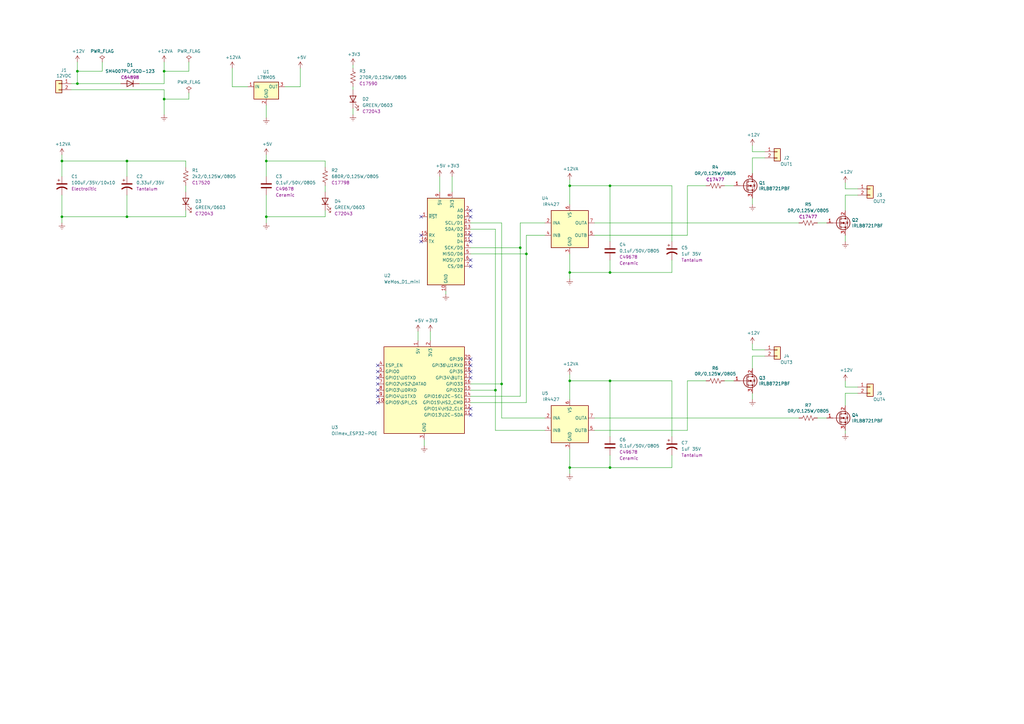
<source format=kicad_sch>
(kicad_sch (version 20231120) (generator "eeschema") (generator_version "8.0")
  (paper "A3")
  (title_block (title "ESP 4 PWM Module") (date "2021-03-08") (rev "0.1"))
  (lib_symbols
    (symbol "Connector_Generic:Conn_01x02" (pin_names (offset 1.016) hide)
      (property "Reference" "J" (at 0 2.54 0))
      (property "Value" "Conn_01x02" (at 0 -5.08 0))
      (symbol "Conn_01x02_1_1"
        (rectangle (start -1.27 -2.413) (end 0 -2.667) (stroke (width 0.1524)))
        (rectangle (start -1.27 0.127) (end 0 -0.127) (stroke (width 0.1524)))
        (rectangle (start -1.27 1.27) (end 1.27 -3.81) (stroke (width 0.254)) (fill (type background)))
        (pin passive line (at -5.08 0 0) (length 3.81) (name "Pin_1") (number "1"))
        (pin passive line (at -5.08 -2.54 0) (length 3.81) (name "Pin_2") (number "2"))
      )
    )
    (symbol "Device:C" (pin_numbers hide) (pin_names (offset 0.254))
      (property "Reference" "C" (at 0.635 2.54 0))
      (property "Value" "C" (at 0.635 -2.54 0))
      (symbol "C_0_1"
        (polyline (pts (xy -2.032 -0.762) (xy 2.032 -0.762)) (stroke (width 0.508)))
        (polyline (pts (xy -2.032 0.762) (xy 2.032 0.762)) (stroke (width 0.508)))
      )
      (symbol "C_1_1"
        (pin passive line (at 0 3.81 270) (length 2.794) (name "~") (number "1"))
        (pin passive line (at 0 -3.81 90) (length 2.794) (name "~") (number "2"))
      )
    )
    (symbol "Device:CP1" (pin_numbers hide) (pin_names (offset 0.254) hide)
      (property "Reference" "C" (at 0.635 2.54 0))
      (property "Value" "Device_CP1" (at 0.635 -2.54 0))
      (symbol "CP1_0_1"
        (polyline (pts (xy -2.032 0.762) (xy 2.032 0.762)) (stroke (width 0.508)))
        (polyline (pts (xy -1.778 2.286) (xy -0.762 2.286)))
        (polyline (pts (xy -1.27 1.778) (xy -1.27 2.794)))
        (arc (start 2.032 -1.27) (mid 0 -0.5572) (end -2.032 -1.27) (stroke (width 0.508)))
      )
      (symbol "CP1_1_1"
        (pin passive line (at 0 3.81 270) (length 2.794) (name "~") (number "1"))
        (pin passive line (at 0 -3.81 90) (length 3.302) (name "~") (number "2"))
      )
    )
    (symbol "Device:D" (pin_numbers hide) (pin_names (offset 1.016) hide)
      (property "Reference" "D" (at 0 2.54 0))
      (property "Value" "D" (at 0 -2.54 0))
      (symbol "D_0_1"
        (polyline (pts (xy -1.27 1.27) (xy -1.27 -1.27)) (stroke (width 0.254)))
        (polyline (pts (xy 1.27 0) (xy -1.27 0)))
        (polyline (pts (xy 1.27 1.27) (xy 1.27 -1.27) (xy -1.27 0) (xy 1.27 1.27)) (stroke (width 0.254)))
      )
      (symbol "D_1_1"
        (pin passive line (at -3.81 0 0) (length 2.54) (name "K") (number "1"))
        (pin passive line (at 3.81 0 180) (length 2.54) (name "A") (number "2"))
      )
    )
    (symbol "Device:LED" (pin_numbers hide) (pin_names (offset 1.016) hide)
      (property "Reference" "D" (at 0 2.54 0))
      (property "Value" "LED" (at 0 -2.54 0))
      (symbol "LED_0_1"
        (polyline (pts (xy -1.27 -1.27) (xy -1.27 1.27)) (stroke (width 0.254)))
        (polyline (pts (xy -1.27 0) (xy 1.27 0)))
        (polyline (pts (xy 1.27 -1.27) (xy 1.27 1.27) (xy -1.27 0) (xy 1.27 -1.27)) (stroke (width 0.254)))
        (polyline (pts (xy -3.048 -0.762) (xy -4.572 -2.286) (xy -3.81 -2.286) (xy -4.572 -2.286) (xy -4.572 -1.524)))
        (polyline (pts (xy -1.778 -0.762) (xy -3.302 -2.286) (xy -2.54 -2.286) (xy -3.302 -2.286) (xy -3.302 -1.524)))
      )
      (symbol "LED_1_1"
        (pin passive line (at -3.81 0 0) (length 2.54) (name "K") (number "1"))
        (pin passive line (at 3.81 0 180) (length 2.54) (name "A") (number "2"))
      )
    )
    (symbol "Device:R_US" (pin_numbers hide) (pin_names (offset 0))
      (property "Reference" "R" (at 2.54 0 90))
      (property "Value" "R_US" (at -2.54 0 90))
      (symbol "R_US_0_1"
        (polyline (pts (xy 0 -2.286) (xy 0 -2.54)))
        (polyline (pts (xy 0 2.286) (xy 0 2.54)))
        (polyline (pts (xy 0 -0.762) (xy 1.016 -1.143) (xy 0 -1.524) (xy -1.016 -1.905) (xy 0 -2.286)))
        (polyline (pts (xy 0 0.762) (xy 1.016 0.381) (xy 0 0) (xy -1.016 -0.381) (xy 0 -0.762)))
        (polyline (pts (xy 0 2.286) (xy 1.016 1.905) (xy 0 1.524) (xy -1.016 1.143) (xy 0 0.762)))
      )
      (symbol "R_US_1_1"
        (pin passive line (at 0 3.81 270) (length 1.27) (name "~") (number "1"))
        (pin passive line (at 0 -3.81 90) (length 1.27) (name "~") (number "2"))
      )
    )
    (symbol "MCU_Module:WeMos_D1_mini"
      (property "Reference" "U" (at 3.81 19.05 0))
      (property "Value" "WeMos_D1_mini" (at 1.27 -19.05 0))
      (symbol "WeMos_D1_mini_1_1"
        (rectangle (start -7.62 17.78) (end 7.62 -17.78) (stroke (width 0.254)) (fill (type background)))
        (pin input line (at -10.16 10.16 0) (length 2.54) (name "~{RST}") (number "1"))
        (pin power_in line (at 0 -20.32 90) (length 2.54) (name "GND") (number "10"))
        (pin bidirectional line (at 10.16 0 180) (length 2.54) (name "D4") (number "11"))
        (pin bidirectional line (at 10.16 2.54 180) (length 2.54) (name "D3") (number "12"))
        (pin bidirectional line (at 10.16 5.08 180) (length 2.54) (name "SDA/D2") (number "13"))
        (pin bidirectional line (at 10.16 7.62 180) (length 2.54) (name "SCL/D1") (number "14"))
        (pin input line (at -10.16 2.54 0) (length 2.54) (name "RX") (number "15"))
        (pin output line (at -10.16 0 0) (length 2.54) (name "TX") (number "16"))
        (pin input line (at 10.16 12.7 180) (length 2.54) (name "A0") (number "2"))
        (pin bidirectional line (at 10.16 10.16 180) (length 2.54) (name "D0") (number "3"))
        (pin bidirectional line (at 10.16 -2.54 180) (length 2.54) (name "SCK/D5") (number "4"))
        (pin bidirectional line (at 10.16 -5.08 180) (length 2.54) (name "MISO/D6") (number "5"))
        (pin bidirectional line (at 10.16 -7.62 180) (length 2.54) (name "MOSI/D7") (number "6"))
        (pin bidirectional line (at 10.16 -10.16 180) (length 2.54) (name "CS/D8") (number "7"))
        (pin power_out line (at 2.54 20.32 270) (length 2.54) (name "3V3") (number "8"))
        (pin power_in line (at -2.54 20.32 270) (length 2.54) (name "5V") (number "9"))
      )
    )
    (symbol "Regulator_Linear:L7805" (pin_names (offset 0.254))
      (property "Reference" "U" (at -3.81 3.175 0))
      (property "Value" "L7805" (at 0 3.175 0))
      (symbol "L7805_0_1"
        (rectangle (start -5.08 1.905) (end 5.08 -5.08) (stroke (width 0.254)) (fill (type background)))
      )
      (symbol "L7805_1_1"
        (pin power_in line (at -7.62 0 0) (length 2.54) (name "IN") (number "1"))
        (pin power_in line (at 0 -7.62 90) (length 2.54) (name "GND") (number "2"))
        (pin power_out line (at 7.62 0 180) (length 2.54) (name "OUT") (number "3"))
      )
    )
    (symbol "Tales:IR4427"
      (property "Reference" "U" (at -7.62 8.89 0))
      (property "Value" "IR4427" (at 1.27 8.89 0))
      (symbol "IR4427_0_1"
        (rectangle (start -7.62 -7.62) (end 7.62 7.62) (stroke (width 0.254)) (fill (type background)))
      )
      (symbol "IR4427_1_1"
        (pin no_connect line (at -7.62 0 0) (length 2.54) hide (name "NC") (number "1"))
        (pin input line (at -10.16 2.54 0) (length 2.54) (name "INA") (number "2"))
        (pin power_in line (at 0 -10.16 90) (length 2.54) (name "GND") (number "3"))
        (pin input line (at -10.16 -2.54 0) (length 2.54) (name "INB") (number "4"))
        (pin output line (at 10.16 -2.54 180) (length 2.54) (name "OUTB") (number "5"))
        (pin power_in line (at 0 10.16 270) (length 2.54) (name "VS") (number "6"))
        (pin output line (at 10.16 2.54 180) (length 2.54) (name "OUTA") (number "7"))
        (pin no_connect line (at 7.62 0 180) (length 2.54) hide (name "NC") (number "8"))
      )
    )
    (symbol "Tales:Olimex_ESP32-POE"
      (property "Reference" "U" (at 5.08 19.05 0))
      (property "Value" "Olimex_ESP32-POE" (at 5.08 -19.05 0))
      (symbol "Olimex_ESP32-POE_1_1"
        (rectangle (start -16.51 17.78) (end 16.51 -17.78) (stroke (width 0.254)) (fill (type background)))
        (pin power_in line (at -2.54 20.32 270) (length 2.54) (name "5V") (number "1"))
        (pin bidirectional line (at -19.05 -5.08 0) (length 2.54) (name "GPIO5\\SPI_CS") (number "10"))
        (pin bidirectional line (at 19.05 -10.16 180) (length 2.54) (name "GPIO13\\I2C-SDA") (number "11"))
        (pin bidirectional line (at 19.05 -7.62 180) (length 2.54) (name "GPIO14\\HS2_CLK") (number "12"))
        (pin bidirectional line (at 19.05 -5.08 180) (length 2.54) (name "GPIO15\\HS2_CMD") (number "13"))
        (pin bidirectional line (at 19.05 -2.54 180) (length 2.54) (name "GPIO16\\I2C-SCL") (number "14"))
        (pin bidirectional line (at 19.05 0 180) (length 2.54) (name "GPIO32") (number "15"))
        (pin bidirectional line (at 19.05 2.54 180) (length 2.54) (name "GPIO33") (number "16"))
        (pin input line (at 19.05 5.08 180) (length 2.54) (name "GPI34\\BUT1") (number "17"))
        (pin input line (at 19.05 7.62 180) (length 2.54) (name "GPI35") (number "18"))
        (pin input line (at 19.05 10.16 180) (length 2.54) (name "GPI36\\U1RXD") (number "19"))
        (pin power_out line (at 2.54 20.32 270) (length 2.54) (name "3V3") (number "2"))
        (pin input line (at 19.05 12.7 180) (length 2.54) (name "GPI39") (number "20"))
        (pin power_in line (at 0 -20.32 90) (length 2.54) (name "GND") (number "3"))
        (pin input line (at -19.05 10.16 0) (length 2.54) (name "ESP_EN") (number "4"))
        (pin bidirectional line (at -19.05 7.62 0) (length 2.54) (name "GPIO0") (number "5"))
        (pin bidirectional line (at -19.05 5.08 0) (length 2.54) (name "GPIO1\\U0TXD") (number "6"))
        (pin bidirectional line (at -19.05 2.54 0) (length 2.54) (name "GPIO2\\HS2\\DATA0") (number "7"))
        (pin bidirectional line (at -19.05 0 0) (length 2.54) (name "GPIO3\\U0RXD") (number "8"))
        (pin bidirectional line (at -19.05 -2.54 0) (length 2.54) (name "GPIO4\\U1TXD") (number "9"))
      )
    )
    (symbol "Transistor_FET:IRLB8721PBF" (pin_names hide)
      (property "Reference" "Q" (at 6.35 1.905 0))
      (property "Value" "IRLB8721PBF" (at 6.35 0 0))
      (symbol "IRLB8721PBF_0_1"
        (polyline (pts (xy 0.254 0) (xy -2.54 0)))
        (polyline (pts (xy 0.254 1.905) (xy 0.254 -1.905)) (stroke (width 0.254)))
        (polyline (pts (xy 0.762 -1.27) (xy 0.762 -2.286)) (stroke (width 0.254)))
        (polyline (pts (xy 0.762 0.508) (xy 0.762 -0.508)) (stroke (width 0.254)))
        (polyline (pts (xy 0.762 2.286) (xy 0.762 1.27)) (stroke (width 0.254)))
        (polyline (pts (xy 2.54 2.54) (xy 2.54 1.778)))
        (polyline (pts (xy 2.54 -2.54) (xy 2.54 0) (xy 0.762 0)))
        (polyline (pts (xy 0.762 -1.778) (xy 3.302 -1.778) (xy 3.302 1.778) (xy 0.762 1.778)))
        (polyline (pts (xy 1.016 0) (xy 2.032 0.381) (xy 2.032 -0.381) (xy 1.016 0)) (fill (type outline)))
        (polyline (pts (xy 2.794 0.508) (xy 2.921 0.381) (xy 3.683 0.381) (xy 3.81 0.254)))
        (polyline (pts (xy 3.302 0.381) (xy 2.921 -0.254) (xy 3.683 -0.254) (xy 3.302 0.381)))
        (circle (center 1.651 0) (radius 2.794) (stroke (width 0.254)))
        (circle (center 2.54 -1.778) (radius 0.254) (fill (type outline)))
        (circle (center 2.54 1.778) (radius 0.254) (fill (type outline)))
      )
      (symbol "IRLB8721PBF_1_1"
        (pin input line (at -5.08 0 0) (length 2.54) (name "G") (number "1"))
        (pin passive line (at 2.54 5.08 270) (length 2.54) (name "D") (number "2"))
        (pin passive line (at 2.54 -5.08 90) (length 2.54) (name "S") (number "3"))
      )
    )
    (symbol "power:+12V" (power) (pin_names (offset 0))
      (property "Value" "+12V" (at 0 3.556 0))
      (symbol "+12V_0_1"
        (polyline (pts (xy -0.762 1.27) (xy 0 2.54)))
        (polyline (pts (xy 0 0) (xy 0 2.54)))
        (polyline (pts (xy 0 2.54) (xy 0.762 1.27)))
      )
      (symbol "+12V_1_1"
        (pin power_in line (at 0 0 90) (length 0) hide (name "+12V") (number "1"))
      )
    )
    (symbol "power:+12VA" (power) (pin_names (offset 0))
      (property "Value" "+12VA" (at 0 3.556 0))
      (symbol "+12VA_0_1"
        (polyline (pts (xy -0.762 1.27) (xy 0 2.54)))
        (polyline (pts (xy 0 0) (xy 0 2.54)))
        (polyline (pts (xy 0 2.54) (xy 0.762 1.27)))
      )
      (symbol "+12VA_1_1"
        (pin power_in line (at 0 0 90) (length 0) hide (name "+12VA") (number "1"))
      )
    )
    (symbol "power:+3.3V" (power) (pin_names (offset 0))
      (property "Value" "+3.3V" (at 0 3.556 0))
      (symbol "+3.3V_0_1"
        (polyline (pts (xy -0.762 1.27) (xy 0 2.54)))
        (polyline (pts (xy 0 0) (xy 0 2.54)))
        (polyline (pts (xy 0 2.54) (xy 0.762 1.27)))
      )
      (symbol "+3.3V_1_1"
        (pin power_in line (at 0 0 90) (length 0) hide (name "+3V3") (number "1"))
      )
    )
    (symbol "power:+5V" (power) (pin_names (offset 0))
      (property "Value" "+5V" (at 0 3.556 0))
      (symbol "+5V_0_1"
        (polyline (pts (xy -0.762 1.27) (xy 0 2.54)))
        (polyline (pts (xy 0 0) (xy 0 2.54)))
        (polyline (pts (xy 0 2.54) (xy 0.762 1.27)))
      )
      (symbol "+5V_1_1"
        (pin power_in line (at 0 0 90) (length 0) hide (name "+5V") (number "1"))
      )
    )
    (symbol "power:GNDREF" (power) (pin_names (offset 0))
      (property "Value" "GNDREF" (at 0 -3.81 0))
      (symbol "GNDREF_0_1"
        (polyline (pts (xy -0.635 -1.905) (xy 0.635 -1.905)))
        (polyline (pts (xy -0.127 -2.54) (xy 0.127 -2.54)))
        (polyline (pts (xy 0 -1.27) (xy 0 0)))
        (polyline (pts (xy 1.27 -1.27) (xy -1.27 -1.27)))
      )
      (symbol "GNDREF_1_1"
        (pin power_in line (at 0 0 270) (length 0) hide (name "GNDREF") (number "1"))
      )
    )
    (symbol "power:PWR_FLAG" (power) (pin_numbers hide) (pin_names (offset 0) hide)
      (property "Value" "PWR_FLAG" (at 0 3.81 0))
      (symbol "PWR_FLAG_0_0"
        (pin power_out line (at 0 0 90) (length 0) (name "pwr") (number "1"))
      )
      (symbol "PWR_FLAG_0_1"
        (polyline (pts (xy 0 0) (xy 0 1.27) (xy -1.016 1.905) (xy 0 2.54) (xy 1.016 1.905) (xy 0 1.27)))
      )
    )
  )
  (junction (at 250.19 156.21))
  (junction (at 31.75 29.21))
  (junction (at 233.68 111.76))
  (junction (at 25.4 66.04))
  (junction (at 233.68 191.77))
  (junction (at 52.07 66.04))
  (junction (at 203.2 160.02))
  (junction (at 25.4 88.9))
  (junction (at 205.74 157.48))
  (junction (at 109.22 66.04))
  (junction (at 52.07 88.9))
  (junction (at 250.19 111.76))
  (junction (at 67.31 29.21))
  (junction (at 67.31 40.64))
  (junction (at 250.19 76.2))
  (junction (at 215.9 104.14))
  (junction (at 31.75 34.29))
  (junction (at 109.22 88.9))
  (junction (at 213.36 101.6))
  (junction (at 250.19 191.77))
  (junction (at 233.68 156.21))
  (junction (at 233.68 76.2))
  (no_connect (at 193.04 170.18))
  (no_connect (at 154.94 160.02))
  (no_connect (at 193.04 147.32))
  (no_connect (at 193.04 99.06))
  (no_connect (at 154.94 152.4))
  (no_connect (at 172.72 99.06))
  (no_connect (at 193.04 152.4))
  (no_connect (at 193.04 109.22))
  (no_connect (at 193.04 106.68))
  (no_connect (at 193.04 96.52))
  (no_connect (at 193.04 154.94))
  (no_connect (at 193.04 149.86))
  (no_connect (at 154.94 157.48))
  (no_connect (at 172.72 88.9))
  (no_connect (at 193.04 86.36))
  (no_connect (at 172.72 96.52))
  (no_connect (at 154.94 149.86))
  (no_connect (at 154.94 162.56))
  (no_connect (at 193.04 88.9))
  (no_connect (at 154.94 165.1))
  (no_connect (at 154.94 154.94))
  (no_connect (at 193.04 167.64))
  (wire (pts (xy 215.9 104.14) (xy 215.9 96.52)))
  (wire (pts (xy 109.22 43.18) (xy 109.22 48.26)))
  (wire (pts (xy 95.25 27.94) (xy 95.25 35.56)))
  (wire (pts (xy 233.68 73.66) (xy 233.68 76.2)))
  (wire (pts (xy 25.4 66.04) (xy 25.4 72.39)))
  (wire (pts (xy 203.2 176.53) (xy 223.52 176.53)))
  (wire (pts (xy 25.4 63.5) (xy 25.4 66.04)))
  (wire (pts (xy 281.94 156.21) (xy 281.94 176.53)))
  (wire (pts (xy 67.31 36.83) (xy 67.31 40.64)))
  (wire (pts (xy 346.71 96.52) (xy 346.71 99.06)))
  (wire (pts (xy 144.78 44.45) (xy 144.78 46.99)))
  (wire (pts (xy 25.4 88.9) (xy 25.4 80.01)))
  (wire (pts (xy 233.68 76.2) (xy 233.68 83.82)))
  (wire (pts (xy 250.19 111.76) (xy 233.68 111.76)))
  (wire (pts (xy 52.07 88.9) (xy 25.4 88.9)))
  (wire (pts (xy 313.69 146.05) (xy 308.61 146.05)))
  (wire (pts (xy 205.74 157.48) (xy 205.74 171.45)))
  (wire (pts (xy 275.59 179.07) (xy 275.59 156.21)))
  (wire (pts (xy 173.99 182.88) (xy 173.99 180.34)))
  (wire (pts (xy 243.84 171.45) (xy 327.66 171.45)))
  (wire (pts (xy 123.19 27.94) (xy 123.19 35.56)))
  (wire (pts (xy 193.04 160.02) (xy 203.2 160.02)))
  (wire (pts (xy 76.2 66.04) (xy 52.07 66.04)))
  (wire (pts (xy 116.84 35.56) (xy 123.19 35.56)))
  (wire (pts (xy 76.2 88.9) (xy 52.07 88.9)))
  (wire (pts (xy 205.74 91.44) (xy 205.74 157.48)))
  (wire (pts (xy 41.91 29.21) (xy 41.91 25.4)))
  (wire (pts (xy 275.59 76.2) (xy 250.19 76.2)))
  (wire (pts (xy 193.04 162.56) (xy 213.36 162.56)))
  (wire (pts (xy 176.53 135.89) (xy 176.53 139.7)))
  (wire (pts (xy 133.35 86.36) (xy 133.35 88.9)))
  (wire (pts (xy 335.28 171.45) (xy 339.09 171.45)))
  (wire (pts (xy 233.68 194.31) (xy 233.68 191.77)))
  (wire (pts (xy 275.59 156.21) (xy 250.19 156.21)))
  (wire (pts (xy 205.74 171.45) (xy 223.52 171.45)))
  (wire (pts (xy 77.47 25.4) (xy 77.47 29.21)))
  (wire (pts (xy 109.22 63.5) (xy 109.22 66.04)))
  (wire (pts (xy 351.79 158.75) (xy 346.71 158.75)))
  (wire (pts (xy 144.78 26.67) (xy 144.78 27.94)))
  (wire (pts (xy 133.35 68.58) (xy 133.35 66.04)))
  (wire (pts (xy 250.19 156.21) (xy 233.68 156.21)))
  (wire (pts (xy 31.75 34.29) (xy 49.53 34.29)))
  (wire (pts (xy 233.68 156.21) (xy 233.68 153.67)))
  (wire (pts (xy 76.2 86.36) (xy 76.2 88.9)))
  (wire (pts (xy 250.19 186.69) (xy 250.19 191.77)))
  (wire (pts (xy 346.71 158.75) (xy 346.71 156.21)))
  (wire (pts (xy 215.9 165.1) (xy 215.9 104.14)))
  (wire (pts (xy 31.75 29.21) (xy 31.75 34.29)))
  (wire (pts (xy 193.04 93.98) (xy 203.2 93.98)))
  (wire (pts (xy 250.19 179.07) (xy 250.19 156.21)))
  (wire (pts (xy 76.2 68.58) (xy 76.2 66.04)))
  (wire (pts (xy 203.2 93.98) (xy 203.2 160.02)))
  (wire (pts (xy 171.45 135.89) (xy 171.45 139.7)))
  (wire (pts (xy 308.61 64.77) (xy 308.61 71.12)))
  (wire (pts (xy 346.71 80.01) (xy 346.71 86.36)))
  (wire (pts (xy 233.68 111.76) (xy 233.68 104.14)))
  (wire (pts (xy 133.35 88.9) (xy 109.22 88.9)))
  (wire (pts (xy 289.56 156.21) (xy 281.94 156.21)))
  (wire (pts (xy 67.31 34.29) (xy 67.31 29.21)))
  (wire (pts (xy 351.79 80.01) (xy 346.71 80.01)))
  (wire (pts (xy 180.34 72.39) (xy 180.34 78.74)))
  (wire (pts (xy 351.79 161.29) (xy 346.71 161.29)))
  (wire (pts (xy 327.66 91.44) (xy 243.84 91.44)))
  (wire (pts (xy 281.94 176.53) (xy 243.84 176.53)))
  (wire (pts (xy 193.04 101.6) (xy 213.36 101.6)))
  (wire (pts (xy 193.04 91.44) (xy 205.74 91.44)))
  (wire (pts (xy 346.71 77.47) (xy 346.71 74.93)))
  (wire (pts (xy 29.21 34.29) (xy 31.75 34.29)))
  (wire (pts (xy 193.04 157.48) (xy 205.74 157.48)))
  (wire (pts (xy 275.59 186.69) (xy 275.59 191.77)))
  (wire (pts (xy 109.22 80.01) (xy 109.22 88.9)))
  (wire (pts (xy 275.59 106.68) (xy 275.59 111.76)))
  (wire (pts (xy 308.61 62.23) (xy 308.61 59.69)))
  (wire (pts (xy 109.22 91.44) (xy 109.22 88.9)))
  (wire (pts (xy 29.21 36.83) (xy 67.31 36.83)))
  (wire (pts (xy 31.75 29.21) (xy 41.91 29.21)))
  (wire (pts (xy 275.59 99.06) (xy 275.59 76.2)))
  (wire (pts (xy 250.19 191.77) (xy 233.68 191.77)))
  (wire (pts (xy 213.36 91.44) (xy 223.52 91.44)))
  (wire (pts (xy 109.22 72.39) (xy 109.22 66.04)))
  (wire (pts (xy 52.07 72.39) (xy 52.07 66.04)))
  (wire (pts (xy 213.36 162.56) (xy 213.36 101.6)))
  (wire (pts (xy 313.69 64.77) (xy 308.61 64.77)))
  (wire (pts (xy 351.79 77.47) (xy 346.71 77.47)))
  (wire (pts (xy 275.59 191.77) (xy 250.19 191.77)))
  (wire (pts (xy 77.47 38.1) (xy 77.47 40.64)))
  (wire (pts (xy 31.75 25.4) (xy 31.75 29.21)))
  (wire (pts (xy 144.78 36.83) (xy 144.78 35.56)))
  (wire (pts (xy 297.18 76.2) (xy 300.99 76.2)))
  (wire (pts (xy 250.19 76.2) (xy 233.68 76.2)))
  (wire (pts (xy 95.25 35.56) (xy 101.6 35.56)))
  (wire (pts (xy 335.28 91.44) (xy 339.09 91.44)))
  (wire (pts (xy 215.9 96.52) (xy 223.52 96.52)))
  (wire (pts (xy 77.47 29.21) (xy 67.31 29.21)))
  (wire (pts (xy 250.19 99.06) (xy 250.19 76.2)))
  (wire (pts (xy 76.2 78.74) (xy 76.2 76.2)))
  (wire (pts (xy 52.07 66.04) (xy 25.4 66.04)))
  (wire (pts (xy 67.31 29.21) (xy 67.31 25.4)))
  (wire (pts (xy 250.19 106.68) (xy 250.19 111.76)))
  (wire (pts (xy 281.94 96.52) (xy 243.84 96.52)))
  (wire (pts (xy 297.18 156.21) (xy 300.99 156.21)))
  (wire (pts (xy 57.15 34.29) (xy 67.31 34.29)))
  (wire (pts (xy 308.61 81.28) (xy 308.61 83.82)))
  (wire (pts (xy 193.04 104.14) (xy 215.9 104.14)))
  (wire (pts (xy 213.36 101.6) (xy 213.36 91.44)))
  (wire (pts (xy 308.61 161.29) (xy 308.61 163.83)))
  (wire (pts (xy 67.31 40.64) (xy 67.31 46.99)))
  (wire (pts (xy 233.68 191.77) (xy 233.68 184.15)))
  (wire (pts (xy 203.2 160.02) (xy 203.2 176.53)))
  (wire (pts (xy 233.68 163.83) (xy 233.68 156.21)))
  (wire (pts (xy 185.42 72.39) (xy 185.42 78.74)))
  (wire (pts (xy 346.71 176.53) (xy 346.71 177.8)))
  (wire (pts (xy 182.88 119.38) (xy 182.88 120.65)))
  (wire (pts (xy 133.35 78.74) (xy 133.35 76.2)))
  (wire (pts (xy 313.69 143.51) (xy 308.61 143.51)))
  (wire (pts (xy 308.61 143.51) (xy 308.61 140.97)))
  (wire (pts (xy 52.07 80.01) (xy 52.07 88.9)))
  (wire (pts (xy 281.94 76.2) (xy 281.94 96.52)))
  (wire (pts (xy 133.35 66.04) (xy 109.22 66.04)))
  (wire (pts (xy 313.69 62.23) (xy 308.61 62.23)))
  (wire (pts (xy 275.59 111.76) (xy 250.19 111.76)))
  (wire (pts (xy 25.4 91.44) (xy 25.4 88.9)))
  (wire (pts (xy 281.94 76.2) (xy 289.56 76.2)))
  (wire (pts (xy 308.61 146.05) (xy 308.61 151.13)))
  (wire (pts (xy 233.68 114.3) (xy 233.68 111.76)))
  (wire (pts (xy 77.47 40.64) (xy 67.31 40.64)))
  (wire (pts (xy 346.71 161.29) (xy 346.71 166.37)))
  (wire (pts (xy 193.04 165.1) (xy 215.9 165.1)))
  (symbol (lib_id "Device:R_US") (at 76.2 72.39 0) (unit 1)
    (property "Reference" "R1" (at 78.74 69.85 0) (effects (justify left)))
    (property "Value" "2k2/0,125W/0805" (at 78.74 72.39 0) (effects (justify left)))
    (property "Footprint" "Tales:R_0805_2012Metric" (effects (hide yes)))
    (property "Case" "0805/2012" (effects (hide yes)))
    (property "Mfr" "Uniroyal" (effects (hide yes)))
    (property "Mfr PN" "0805W8F2201T5E" (effects (hide yes)))
    (property "Vendor" "JLCPCB" (effects (hide yes)))
    (property "Vendor PN" "C17520" (effects (hide yes)))
    (property "JLCPCB BOM" "1" (effects (hide yes)))
    (property "LCSC Part" "C17520" (at 78.74 74.93 0) (effects (justify left)))
  )
  (symbol (lib_id "Device:D") (at 53.34 34.29 180) (unit 1)
    (property "Reference" "D1" (at 53.34 26.67 0))
    (property "Value" "SM4007PL/SOD-123" (at 53.34 29.21 0))
    (property "Footprint" "Tales:D_SOD-123" (effects (hide yes)))
    (property "Case" "SOD-123FL" (effects (hide yes)))
    (property "Mfr" "MDD" (effects (hide yes)))
    (property "Mfr PN" "SM4007PL" (effects (hide yes)))
    (property "Vendor" "JLCPCB" (effects (hide yes)))
    (property "Vendor PN" "C64898" (effects (hide yes)))
    (property "JLCPCB BOM" "1" (effects (hide yes)))
    (property "LCSC Part" "C64898" (at 53.34 31.75 0))
  )
  (symbol (lib_id "Regulator_Linear:L7805") (at 109.22 35.56 0) (unit 1)
    (property "Reference" "U1" (at 109.22 29.4132 0))
    (property "Value" "L78M05" (at 109.22 31.7246 0))
    (property "Footprint" "Tales:TO-252-2" (effects (hide yes)))
    (property "Case" "TO-252" (effects (hide yes)))
    (property "Mfr" "ST Microelectronics" (effects (hide yes)))
    (property "Mfr PN" "L78M05ABDT-TR" (effects (hide yes)))
    (property "Vendor" "JLCPCB" (effects (hide yes)))
    (property "Vendor PN" "C58069" (effects (hide yes)))
    (property "JLCPCB BOM" "1" (effects (hide yes)))
    (property "LCSC Part" "C58069" (effects (hide yes)))
  )
  (symbol (lib_id "power:PWR_FLAG") (at 77.47 25.4 0) (unit 1)
    (property "Reference" "#FLG0101" (effects (hide yes)))
    (property "Value" "PWR_FLAG" (at 77.47 21.0058 0))
  )
  (symbol (lib_id "power:GNDREF") (at 182.88 120.65 0) (unit 1)
    (property "Reference" "#PWR0105" (effects (hide yes)))
    (property "Value" "GNDREF" (effects (hide yes)))
  )
  (symbol (lib_id "Device:LED") (at 76.2 82.55 90) (unit 1)
    (property "Reference" "D3" (at 80.01 82.55 90) (effects (justify right)))
    (property "Value" "GREEN/0603" (at 80.01 85.09 90) (effects (justify right)))
    (property "Footprint" "Tales:LED_0603_1608Metric" (effects (hide yes)))
    (property "Case" "0603" (effects (hide yes)))
    (property "Mfr" "Everlight" (effects (hide yes)))
    (property "Mfr PN" "19-217/GHC-YR1S2/3T" (effects (hide yes)))
    (property "Vendor" "JLCPCB" (effects (hide yes)))
    (property "Vendor PN" "C72043" (effects (hide yes)))
    (property "JLCPCB BOM" "1" (effects (hide yes)))
    (property "LCSC Part" "C72043" (at 80.01 87.63 90) (effects (justify right)))
  )
  (symbol (lib_id "Connector_Generic:Conn_01x02") (at 318.77 62.23 0) (unit 1)
    (property "Reference" "J2" (at 322.58 64.77 0))
    (property "Value" "OUT1" (at 322.58 67.31 0))
    (property "Footprint" "Tales:TerminalBlock_Phoenix_MKDS-3-2-5.08_1x02_P5.08mm_Horizontal" (effects (hide yes)))
    (property "Mfr" "Metaltex" (effects (hide yes)))
    (property "Vendor" "Eletropecas" (effects (hide yes)))
    (property "Mfr PN" "BR902V" (effects (hide yes)))
    (property "Vendor PN" "29273" (effects (hide yes)))
    (property "JLCPCB BOM" "0" (effects (hide yes)))
  )
  (symbol (lib_id "Device:R_US") (at 133.35 72.39 0) (unit 1)
    (property "Reference" "R2" (at 135.89 69.85 0) (effects (justify left)))
    (property "Value" "680R/0,125W/0805" (at 135.89 72.39 0) (effects (justify left)))
    (property "Footprint" "Tales:R_0805_2012Metric" (effects (hide yes)))
    (property "Case" "0805/2012" (effects (hide yes)))
    (property "Mfr" "Uniroyal" (effects (hide yes)))
    (property "Mfr PN" "0805W8F6800T5E" (effects (hide yes)))
    (property "Vendor" "JLCPCB" (effects (hide yes)))
    (property "Vendor PN" "C17798" (effects (hide yes)))
    (property "JLCPCB BOM" "1" (effects (hide yes)))
    (property "LCSC Part" "C17798" (at 135.89 74.93 0) (effects (justify left)))
  )
  (symbol (lib_id "power:+5V") (at 109.22 63.5 0) (unit 1)
    (property "Reference" "#PWR0123" (effects (hide yes)))
    (property "Value" "+5V" (at 109.601 59.1058 0))
  )
  (symbol (lib_id "power:+3.3V") (at 144.78 26.67 0) (unit 1)
    (property "Reference" "#PWR0124" (effects (hide yes)))
    (property "Value" "+3V3" (at 145.161 22.2758 0))
  )
  (symbol (lib_id "power:GNDREF") (at 109.22 91.44 0) (unit 1)
    (property "Reference" "#PWR0125" (effects (hide yes)))
    (property "Value" "GNDREF" (effects (hide yes)))
  )
  (symbol (lib_id "power:GNDREF") (at 144.78 46.99 0) (unit 1)
    (property "Reference" "#PWR0126" (effects (hide yes)))
    (property "Value" "GNDREF" (effects (hide yes)))
  )
  (symbol (lib_id "power:PWR_FLAG") (at 77.47 38.1 0) (unit 1)
    (property "Reference" "#FLG0102" (effects (hide yes)))
    (property "Value" "PWR_FLAG" (at 77.47 33.7058 0))
  )
  (symbol (lib_id "power:+12VA") (at 233.68 73.66 0) (unit 1)
    (property "Reference" "#PWR0101" (effects (hide yes)))
    (property "Value" "+12VA" (at 234.061 69.2658 0))
  )
  (symbol (lib_id "power:+12VA") (at 233.68 153.67 0) (unit 1)
    (property "Reference" "#PWR0111" (effects (hide yes)))
    (property "Value" "+12VA" (at 234.061 149.2758 0))
  )
  (symbol (lib_id "Tales:Olimex_ESP32-POE") (at 173.99 160.02 0) (unit 1)
    (property "Reference" "U3" (at 135.89 175.26 0) (effects (justify left)))
    (property "Value" "Olimex_ESP32-POE" (at 135.89 177.8 0) (effects (justify left)))
    (property "Footprint" "Tales:Olimex_ESP32-POE_Pads" (effects (hide yes)))
    (property "Mfr" "Olimex" (effects (hide yes)))
    (property "Mfr PN" "ESP32-POE" (effects (hide yes)))
    (property "Vendor" "Mouser" (effects (hide yes)))
    (property "Vendor PN" "909-ESP32-POE\r" (effects (hide yes)))
    (property "JLCPCB BOM" "0" (effects (hide yes)))
  )
  (symbol (lib_id "power:GNDREF") (at 173.99 182.88 0) (unit 1)
    (property "Reference" "#PWR0114" (effects (hide yes)))
    (property "Value" "GNDREF" (effects (hide yes)))
  )
  (symbol (lib_id "MCU_Module:WeMos_D1_mini") (at 182.88 99.06 0) (unit 1)
    (property "Reference" "U2" (at 157.48 113.03 0) (effects (justify left)))
    (property "Value" "WeMos_D1_mini" (at 157.48 115.57 0) (effects (justify left)))
    (property "Footprint" "Tales:WEMOS_D1_mini_light_pads" (effects (hide yes)))
    (property "Mfr" "Wemos" (effects (hide yes)))
    (property "Mfr PN" "D1 Mini Node MCU" (effects (hide yes)))
    (property "Vendor" "Filipeflop" (effects (hide yes)))
    (property "Vendor PN" "6WL25" (effects (hide yes)))
    (property "JLCPCB BOM" "0" (effects (hide yes)))
  )
  (symbol (lib_id "power:+3.3V") (at 176.53 135.89 0) (unit 1)
    (property "Reference" "#PWR0115" (effects (hide yes)))
    (property "Value" "+3V3" (at 176.911 131.4958 0))
  )
  (symbol (lib_id "power:+5V") (at 171.45 135.89 0) (unit 1)
    (property "Reference" "#PWR0120" (effects (hide yes)))
    (property "Value" "+5V" (at 171.831 131.4958 0))
  )
  (symbol (lib_id "Device:R_US") (at 293.37 76.2 270) (unit 1)
    (property "Reference" "R4" (at 293.37 68.58 90))
    (property "Value" "0R/0,125W/0805" (at 293.37 71.12 90))
    (property "Footprint" "Tales:R_0805_2012Metric" (effects (hide yes)))
    (property "Case" "0805/2012" (effects (hide yes)))
    (property "Mfr" "Uniroyal" (effects (hide yes)))
    (property "Mfr PN" "0805W8F0000T5E" (effects (hide yes)))
    (property "Vendor" "JLCPCB" (effects (hide yes)))
    (property "Vendor PN" "C17477" (effects (hide yes)))
    (property "JLCPCB BOM" "1" (effects (hide yes)))
    (property "LCSC Part" "C17477" (at 293.37 73.66 90))
  )
  (symbol (lib_id "Device:R_US") (at 331.47 91.44 270) (unit 1)
    (property "Reference" "R5" (at 331.47 83.82 90))
    (property "Value" "0R/0,125W/0805" (at 331.47 86.36 90))
    (property "Footprint" "Tales:R_0805_2012Metric" (effects (hide yes)))
    (property "Case" "0805/2012" (effects (hide yes)))
    (property "Mfr" "Uniroyal" (effects (hide yes)))
    (property "Mfr PN" "0805W8F0000T5E" (effects (hide yes)))
    (property "Vendor" "JLCPCB" (effects (hide yes)))
    (property "Vendor PN" "C17477" (effects (hide yes)))
    (property "JLCPCB BOM" "1" (effects (hide yes)))
    (property "LCSC Part" "C17477" (at 331.47 88.9 90))
  )
  (symbol (lib_id "Device:R_US") (at 293.37 156.21 270) (unit 1)
    (property "Reference" "R6" (at 293.37 151.003 90))
    (property "Value" "0R/0,125W/0805" (at 293.37 153.3144 90))
    (property "Footprint" "Tales:R_0805_2012Metric" (effects (hide yes)))
    (property "Case" "0805/2012" (effects (hide yes)))
    (property "Mfr" "Uniroyal" (effects (hide yes)))
    (property "Mfr PN" "0805W8F0000T5E" (effects (hide yes)))
    (property "Vendor" "JLCPCB" (effects (hide yes)))
    (property "Vendor PN" "C17477" (effects (hide yes)))
    (property "JLCPCB BOM" "1" (effects (hide yes)))
    (property "LCSC Part" "C17477" (effects (hide yes)))
  )
  (symbol (lib_id "Device:R_US") (at 331.47 171.45 270) (unit 1)
    (property "Reference" "R7" (at 331.47 166.243 90))
    (property "Value" "0R/0,125W/0805" (at 331.47 168.5544 90))
    (property "Footprint" "Tales:R_0805_2012Metric" (effects (hide yes)))
    (property "Case" "0805/2012" (effects (hide yes)))
    (property "Mfr" "Uniroyal" (effects (hide yes)))
    (property "Mfr PN" "0805W8F0000T5E" (effects (hide yes)))
    (property "Vendor" "JLCPCB" (effects (hide yes)))
    (property "Vendor PN" "C17477" (effects (hide yes)))
    (property "JLCPCB BOM" "1" (effects (hide yes)))
    (property "LCSC Part" "C17477" (effects (hide yes)))
  )
  (symbol (lib_id "Device:CP1") (at 275.59 102.87 0) (unit 1)
    (property "Reference" "C5" (at 279.4 101.6 0) (effects (justify left)))
    (property "Value" "1uF 35V" (at 279.4 104.14 0) (effects (justify left)))
    (property "Footprint" "Tales:CP_EIA-3216-18_Kemet-A_Pad1.58x1.35mm_HandSolder" (effects (hide yes)))
    (property "Case" "1206/3216" (effects (hide yes)))
    (property "Mfr" "AVX" (effects (hide yes)))
    (property "Vendor" "Mouser" (effects (hide yes)))
    (property "Mfr PN" "TAJA105K035TNJ" (effects (hide yes)))
    (property "Vendor PN" "581-TAJA105K035TNJ" (effects (hide yes)))
    (property "Technology" "Tantalum" (at 279.4 106.68 0) (effects (justify left)))
    (property "JLCPCB BOM" "0" (effects (hide yes)))
  )
  (symbol (lib_id "Device:CP1") (at 275.59 182.88 0) (unit 1)
    (property "Reference" "C7" (at 279.4 181.61 0) (effects (justify left)))
    (property "Value" "1uF 35V" (at 279.4 184.15 0) (effects (justify left)))
    (property "Footprint" "Tales:CP_EIA-3216-18_Kemet-A_Pad1.58x1.35mm_HandSolder" (effects (hide yes)))
    (property "Case" "1206/3216" (effects (hide yes)))
    (property "Mfr" "AVX" (effects (hide yes)))
    (property "Vendor" "Mouser" (effects (hide yes)))
    (property "Mfr PN" "TAJA105K035TNJ" (effects (hide yes)))
    (property "Vendor PN" "581-TAJA105K035TNJ" (effects (hide yes)))
    (property "Technology" "Tantalum" (at 279.4 186.69 0) (effects (justify left)))
    (property "JLCPCB BOM" "0" (effects (hide yes)))
  )
  (symbol (lib_id "Tales:IR4427") (at 233.68 93.98 0) (unit 1)
    (property "Reference" "U4" (at 223.52 81.28 0))
    (property "Value" "IR4427" (at 226.06 83.82 0))
    (property "Footprint" "Tales:SOIC-8_3.9x4.9mm_P1.27mm" (effects (hide yes)))
    (property "Case" "SOIC-8" (effects (hide yes)))
    (property "Mfr" "International Rectifier" (effects (hide yes)))
    (property "Mfr PN" "IR4427STRPBF\r" (effects (hide yes)))
    (property "Vendor" "Mouser" (effects (hide yes)))
    (property "Vendor PN" "942-IR4427STRPBF\r" (effects (hide yes)))
    (property "JLCPCB BOM" "0" (effects (hide yes)))
  )
  (symbol (lib_id "Tales:IR4427") (at 233.68 173.99 0) (unit 1)
    (property "Reference" "U5" (at 223.52 161.29 0))
    (property "Value" "IR4427" (at 226.06 163.83 0))
    (property "Footprint" "Tales:SOIC-8_3.9x4.9mm_P1.27mm" (effects (hide yes)))
    (property "Case" "SOIC-8" (effects (hide yes)))
    (property "Mfr" "International Rectifier" (effects (hide yes)))
    (property "Mfr PN" "IR4427STRPBF\r" (effects (hide yes)))
    (property "Vendor" "Mouser" (effects (hide yes)))
    (property "Vendor PN" "942-IR4427STRPBF\r" (effects (hide yes)))
    (property "JLCPCB BOM" "0" (effects (hide yes)))
  )
  (symbol (lib_id "power:+12V") (at 31.75 25.4 0) (unit 1)
    (property "Reference" "#PWR0107" (effects (hide yes)))
    (property "Value" "+12V" (at 32.131 21.0058 0))
  )
  (symbol (lib_id "power:+3.3V") (at 185.42 72.39 0) (unit 1)
    (property "Reference" "#PWR0109" (effects (hide yes)))
    (property "Value" "+3V3" (at 185.801 67.9958 0))
  )
  (symbol (lib_id "power:+5V") (at 180.34 72.39 0) (unit 1)
    (property "Reference" "#PWR0110" (effects (hide yes)))
    (property "Value" "+5V" (at 180.721 67.9958 0))
  )
  (symbol (lib_id "Device:CP1") (at 52.07 76.2 0) (unit 1)
    (property "Reference" "C2" (at 55.88 72.39 0) (effects (justify left)))
    (property "Value" "0,33uF/35V" (at 55.88 74.93 0) (effects (justify left)))
    (property "Footprint" "Tales:CP_EIA-3216-18_Kemet-A_Pad1.58x1.35mm_HandSolder" (effects (hide yes)))
    (property "Case" "1206/3216" (effects (hide yes)))
    (property "Mfr" "AVX" (effects (hide yes)))
    (property "Mfr PN" "TAJA334K035RNJ" (effects (hide yes)))
    (property "Technology" "Tantalum" (at 55.88 77.47 0) (effects (justify left)))
    (property "Vendor" "Mouser" (effects (hide yes)))
    (property "Vendor PN" "581-TAJA334K035" (effects (hide yes)))
    (property "JLCPCB BOM" "0" (effects (hide yes)))
  )
  (symbol (lib_id "power:GNDREF") (at 233.68 114.3 0) (unit 1)
    (property "Reference" "#PWR0112" (effects (hide yes)))
    (property "Value" "GNDREF" (effects (hide yes)))
  )
  (symbol (lib_id "power:GNDREF") (at 233.68 194.31 0) (unit 1)
    (property "Reference" "#PWR0113" (effects (hide yes)))
    (property "Value" "GNDREF" (effects (hide yes)))
  )
  (symbol (lib_id "power:+12V") (at 346.71 74.93 0) (unit 1)
    (property "Reference" "#PWR0116" (effects (hide yes)))
    (property "Value" "+12V" (at 347.091 70.5358 0))
  )
  (symbol (lib_id "power:GNDREF") (at 346.71 99.06 0) (unit 1)
    (property "Reference" "#PWR0117" (effects (hide yes)))
    (property "Value" "GNDREF" (effects (hide yes)))
  )
  (symbol (lib_id "Transistor_FET:IRLB8721PBF") (at 344.17 91.44 0) (unit 1)
    (property "Reference" "Q2" (at 349.3516 90.2716 0) (effects (justify left)))
    (property "Value" "IRLB8721PBF" (at 349.3516 92.583 0) (effects (justify left)))
    (property "Footprint" "Tales:TO-220-3_Vertical" (effects (hide yes)))
    (property "Case" "TO-220-3" (effects (hide yes)))
    (property "Mfr" "Infineon" (effects (hide yes)))
    (property "Mfr PN" "IRLB8721PBF" (effects (hide yes)))
    (property "Vendor" "Mouser" (effects (hide yes)))
    (property "Vendor PN" "942-IRLB8721PBF" (effects (hide yes)))
    (property "JLCPCB BOM" "0" (effects (hide yes)))
  )
  (symbol (lib_id "Connector_Generic:Conn_01x02") (at 356.87 77.47 0) (unit 1)
    (property "Reference" "J3" (at 360.68 80.01 0))
    (property "Value" "OUT2" (at 360.68 82.55 0))
    (property "Footprint" "Tales:TerminalBlock_Phoenix_MKDS-3-2-5.08_1x02_P5.08mm_Horizontal" (effects (hide yes)))
    (property "Mfr" "Metaltex" (effects (hide yes)))
    (property "Vendor" "Eletropecas\r" (effects (hide yes)))
    (property "Mfr PN" "BR902V" (effects (hide yes)))
    (property "Vendor PN" "29273" (effects (hide yes)))
    (property "JLCPCB BOM" "0" (effects (hide yes)))
  )
  (symbol (lib_id "power:+12V") (at 308.61 140.97 0) (unit 1)
    (property "Reference" "#PWR0118" (effects (hide yes)))
    (property "Value" "+12V" (at 308.991 136.5758 0))
  )
  (symbol (lib_id "power:GNDREF") (at 308.61 163.83 0) (unit 1)
    (property "Reference" "#PWR0119" (effects (hide yes)))
    (property "Value" "GNDREF" (effects (hide yes)))
  )
  (symbol (lib_id "Transistor_FET:IRLB8721PBF") (at 306.07 156.21 0) (unit 1)
    (property "Reference" "Q3" (at 311.2516 155.0416 0) (effects (justify left)))
    (property "Value" "IRLB8721PBF" (at 311.2516 157.353 0) (effects (justify left)))
    (property "Footprint" "Tales:TO-220-3_Vertical" (effects (hide yes)))
    (property "Case" "TO-220-3" (effects (hide yes)))
    (property "Mfr" "Infineon" (effects (hide yes)))
    (property "Mfr PN" "IRLB8721PBF" (effects (hide yes)))
    (property "Vendor" "Mouser" (effects (hide yes)))
    (property "Vendor PN" "942-IRLB8721PBF" (effects (hide yes)))
    (property "JLCPCB BOM" "0" (effects (hide yes)))
  )
  (symbol (lib_id "Connector_Generic:Conn_01x02") (at 318.77 143.51 0) (unit 1)
    (property "Reference" "J4" (at 322.58 146.05 0))
    (property "Value" "OUT3" (at 322.58 148.59 0))
    (property "Footprint" "Tales:TerminalBlock_Phoenix_MKDS-3-2-5.08_1x02_P5.08mm_Horizontal" (effects (hide yes)))
    (property "Mfr" "Metaltex" (effects (hide yes)))
    (property "Vendor" "Eletropecas" (effects (hide yes)))
    (property "Mfr PN" "BR902V" (effects (hide yes)))
    (property "Vendor PN" "29273" (effects (hide yes)))
    (property "JLCPCB BOM" "0" (effects (hide yes)))
  )
  (symbol (lib_id "power:+12V") (at 346.71 156.21 0) (unit 1)
    (property "Reference" "#PWR0128" (effects (hide yes)))
    (property "Value" "+12V" (at 347.091 151.8158 0))
  )
  (symbol (lib_id "power:GNDREF") (at 346.71 177.8 0) (unit 1)
    (property "Reference" "#PWR0129" (effects (hide yes)))
    (property "Value" "GNDREF" (effects (hide yes)))
  )
  (symbol (lib_id "Transistor_FET:IRLB8721PBF") (at 344.17 171.45 0) (unit 1)
    (property "Reference" "Q4" (at 349.3516 170.2816 0) (effects (justify left)))
    (property "Value" "IRLB8721PBF" (at 349.3516 172.593 0) (effects (justify left)))
    (property "Footprint" "Tales:TO-220-3_Vertical" (effects (hide yes)))
    (property "Case" "TO-220-3" (effects (hide yes)))
    (property "Mfr" "Infineon" (effects (hide yes)))
    (property "Mfr PN" "IRLB8721PBF" (effects (hide yes)))
    (property "Vendor" "Mouser" (effects (hide yes)))
    (property "Vendor PN" "942-IRLB8721PBF" (effects (hide yes)))
    (property "JLCPCB BOM" "0" (effects (hide yes)))
  )
  (symbol (lib_id "Connector_Generic:Conn_01x02") (at 356.87 158.75 0) (unit 1)
    (property "Reference" "J5" (at 360.68 161.29 0))
    (property "Value" "OUT4" (at 360.68 163.83 0))
    (property "Footprint" "Tales:TerminalBlock_Phoenix_MKDS-3-2-5.08_1x02_P5.08mm_Horizontal" (effects (hide yes)))
    (property "Mfr" "Metaltex" (effects (hide yes)))
    (property "Vendor" "Eletropecas\r" (effects (hide yes)))
    (property "Mfr PN" "BR902V" (effects (hide yes)))
    (property "Vendor PN" "29273" (effects (hide yes)))
    (property "JLCPCB BOM" "0" (effects (hide yes)))
  )
  (symbol (lib_id "power:+12VA") (at 67.31 25.4 0) (unit 1)
    (property "Reference" "#PWR0130" (effects (hide yes)))
    (property "Value" "+12VA" (at 67.691 21.0058 0))
  )
  (symbol (lib_id "power:+12VA") (at 95.25 27.94 0) (unit 1)
    (property "Reference" "#PWR0131" (effects (hide yes)))
    (property "Value" "+12VA" (at 95.631 23.5458 0))
  )
  (symbol (lib_id "power:+12VA") (at 25.4 63.5 0) (unit 1)
    (property "Reference" "#PWR0132" (effects (hide yes)))
    (property "Value" "+12VA" (at 25.781 59.1058 0))
  )
  (symbol (lib_id "power:PWR_FLAG") (at 41.91 25.4 0) (unit 1)
    (property "Reference" "#FLG0104" (effects (hide yes)))
    (property "Value" "PWR_FLAG" (at 41.91 21.0058 0))
  )
  (symbol (lib_id "Device:C") (at 250.19 102.87 0) (unit 1)
    (property "Reference" "C4" (at 254 100.33 0) (effects (justify left)))
    (property "Value" "0,1uF/50V/0805" (at 254 102.87 0) (effects (justify left)))
    (property "Footprint" "Tales:C_0805_2012Metric" (effects (hide yes)))
    (property "Case" "0805/2012" (effects (hide yes)))
    (property "Mfr" "Yageo" (effects (hide yes)))
    (property "Mfr PN" "CC0805KRX7R9BB104" (effects (hide yes)))
    (property "Vendor" "JLCPCB" (effects (hide yes)))
    (property "Vendor PN" "C49678" (effects (hide yes)))
    (property "Technology" "Ceramic" (at 254 107.95 0) (effects (justify left)))
    (property "JLCPCB BOM" "1" (effects (hide yes)))
    (property "LCSC Part" "C49678" (at 254 105.41 0) (effects (justify left)))
  )
  (symbol (lib_id "Device:C") (at 250.19 182.88 0) (unit 1)
    (property "Reference" "C6" (at 254 180.34 0) (effects (justify left)))
    (property "Value" "0,1uF/50V/0805" (at 254 182.88 0) (effects (justify left)))
    (property "Footprint" "Tales:C_0805_2012Metric" (effects (hide yes)))
    (property "Case" "0805/2012" (effects (hide yes)))
    (property "Mfr" "Yageo" (effects (hide yes)))
    (property "Mfr PN" "CC0805KRX7R9BB104" (effects (hide yes)))
    (property "Vendor" "JLCPCB" (effects (hide yes)))
    (property "Vendor PN" "C49678" (effects (hide yes)))
    (property "Technology" "Ceramic" (at 254 187.96 0) (effects (justify left)))
    (property "JLCPCB BOM" "1" (effects (hide yes)))
    (property "LCSC Part" "C49678" (at 254 185.42 0) (effects (justify left)))
  )
  (symbol (lib_id "Transistor_FET:IRLB8721PBF") (at 306.07 76.2 0) (unit 1)
    (property "Reference" "Q1" (at 311.2516 75.0316 0) (effects (justify left)))
    (property "Value" "IRLB8721PBF" (at 311.2516 77.343 0) (effects (justify left)))
    (property "Footprint" "Tales:TO-220-3_Vertical" (effects (hide yes)))
    (property "Case" "TO-220-3" (effects (hide yes)))
    (property "Mfr" "Infineon" (effects (hide yes)))
    (property "Mfr PN" "IRLB8721PBF" (effects (hide yes)))
    (property "Vendor" "Mouser" (effects (hide yes)))
    (property "Vendor PN" "942-IRLB8721PBF" (effects (hide yes)))
    (property "JLCPCB BOM" "0" (effects (hide yes)))
  )
  (symbol (lib_id "power:GNDREF") (at 109.22 48.26 0) (unit 1)
    (property "Reference" "#PWR0102" (effects (hide yes)))
    (property "Value" "GNDREF" (effects (hide yes)))
  )
  (symbol (lib_id "power:+5V") (at 123.19 27.94 0) (unit 1)
    (property "Reference" "#PWR0104" (effects (hide yes)))
    (property "Value" "+5V" (at 123.571 23.5458 0))
  )
  (symbol (lib_id "Connector_Generic:Conn_01x02") (at 24.13 34.29 0) (mirror y) (unit 1)
    (property "Reference" "J1" (at 26.2128 28.7782 0))
    (property "Value" "12VDC" (at 26.2128 31.0896 0))
    (property "Footprint" "Tales:TerminalBlock_Phoenix_MKDS-3-2-5.08_1x02_P5.08mm_Horizontal" (effects (hide yes)))
    (property "Mfr" "Metaltex" (effects (hide yes)))
    (property "Vendor" "Eletropecas\r" (effects (hide yes)))
    (property "Mfr PN" "BR902V\r" (effects (hide yes)))
    (property "Vendor PN" "29273" (effects (hide yes)))
    (property "JLCPCB BOM" "0" (effects (hide yes)))
  )
  (symbol (lib_id "power:GNDREF") (at 67.31 46.99 0) (unit 1)
    (property "Reference" "#PWR0108" (effects (hide yes)))
    (property "Value" "GNDREF" (effects (hide yes)))
  )
  (symbol (lib_id "Device:C") (at 109.22 76.2 0) (unit 1)
    (property "Reference" "C3" (at 113.03 72.39 0) (effects (justify left)))
    (property "Value" "0,1uF/50V/0805" (at 113.03 74.93 0) (effects (justify left)))
    (property "Footprint" "Tales:C_0805_2012Metric" (effects (hide yes)))
    (property "Technology" "Ceramic" (at 113.03 80.01 0) (effects (justify left)))
    (property "Case" "0805/2012" (effects (hide yes)))
    (property "Mfr" "Yageo" (effects (hide yes)))
    (property "Mfr PN" "CC0805KRX7R9BB104" (effects (hide yes)))
    (property "Vendor" "JLCPCB" (effects (hide yes)))
    (property "Vendor PN" "C49678" (effects (hide yes)))
    (property "JLCPCB BOM" "1" (effects (hide yes)))
    (property "LCSC Part" "C49678" (at 113.03 77.47 0) (effects (justify left)))
  )
  (symbol (lib_id "Device:LED") (at 133.35 82.55 90) (unit 1)
    (property "Reference" "D4" (at 137.16 82.55 90) (effects (justify right)))
    (property "Value" "GREEN/0603" (at 137.16 85.09 90) (effects (justify right)))
    (property "Footprint" "Tales:LED_0603_1608Metric" (effects (hide yes)))
    (property "Case" "0603" (effects (hide yes)))
    (property "Mfr" "Everlight" (effects (hide yes)))
    (property "Mfr PN" "19-217/GHC-YR1S2/3T" (effects (hide yes)))
    (property "Vendor" "JLCPCB" (effects (hide yes)))
    (property "Vendor PN" "C72043" (effects (hide yes)))
    (property "JLCPCB BOM" "1" (effects (hide yes)))
    (property "LCSC Part" "C72043" (at 137.16 87.63 90) (effects (justify right)))
  )
  (symbol (lib_id "Device:LED") (at 144.78 40.64 90) (unit 1)
    (property "Reference" "D2" (at 148.59 40.64 90) (effects (justify right)))
    (property "Value" "GREEN/0603" (at 148.59 43.18 90) (effects (justify right)))
    (property "Footprint" "Tales:LED_0603_1608Metric" (effects (hide yes)))
    (property "Case" "0603" (effects (hide yes)))
    (property "Mfr" "Everlight" (effects (hide yes)))
    (property "Mfr PN" "19-217/GHC-YR1S2/3T" (effects (hide yes)))
    (property "Vendor" "JLCPCB" (effects (hide yes)))
    (property "Vendor PN" "C72043" (effects (hide yes)))
    (property "JLCPCB BOM" "1" (effects (hide yes)))
    (property "LCSC Part" "C72043" (at 148.59 45.72 90) (effects (justify right)))
  )
  (symbol (lib_id "Device:R_US") (at 144.78 31.75 0) (unit 1)
    (property "Reference" "R3" (at 147.32 29.21 0) (effects (justify left)))
    (property "Value" "270R/0,125W/0805" (at 147.32 31.75 0) (effects (justify left)))
    (property "Footprint" "Tales:R_0805_2012Metric" (effects (hide yes)))
    (property "Case" "0805/2012" (effects (hide yes)))
    (property "Mfr" "Uniroyal" (effects (hide yes)))
    (property "Mfr PN" "0805W8F2700T5E" (effects (hide yes)))
    (property "Vendor" "JLCPCB" (effects (hide yes)))
    (property "Vendor PN" "C17590" (effects (hide yes)))
    (property "JLCPCB BOM" "1" (effects (hide yes)))
    (property "LCSC Part" "C17590" (at 147.32 34.29 0) (effects (justify left)))
  )
  (symbol (lib_id "Device:CP1") (at 25.4 76.2 0) (unit 1)
    (property "Reference" "C1" (at 29.21 72.39 0) (effects (justify left)))
    (property "Value" "100uF/35V/10x10" (at 29.21 74.93 0) (effects (justify left)))
    (property "Footprint" "Tales:CP_Elec_10x10" (effects (hide yes)))
    (property "Case" "1010" (effects (hide yes)))
    (property "Mfr" "Vishay" (effects (hide yes)))
    (property "Mfr PN" "MAL214097001E3" (effects (hide yes)))
    (property "Vendor" "Mouser" (effects (hide yes)))
    (property "Vendor PN" "594-MAL214097001E3" (effects (hide yes)))
    (property "Technology" "Electrolitic" (at 29.21 77.47 0) (effects (justify left)))
    (property "JLCPCB BOM" "0" (effects (hide yes)))
  )
  (symbol (lib_id "power:GNDREF") (at 25.4 91.44 0) (unit 1)
    (property "Reference" "#PWR0127" (effects (hide yes)))
    (property "Value" "GNDREF" (effects (hide yes)))
  )
  (symbol (lib_id "power:GNDREF") (at 308.61 83.82 0) (unit 1)
    (property "Reference" "#PWR0106" (effects (hide yes)))
    (property "Value" "GNDREF" (effects (hide yes)))
  )
  (symbol (lib_id "power:+12V") (at 308.61 59.69 0) (unit 1)
    (property "Reference" "#PWR0103" (effects (hide yes)))
    (property "Value" "+12V" (at 308.991 55.2958 0))
  )
)
</source>
